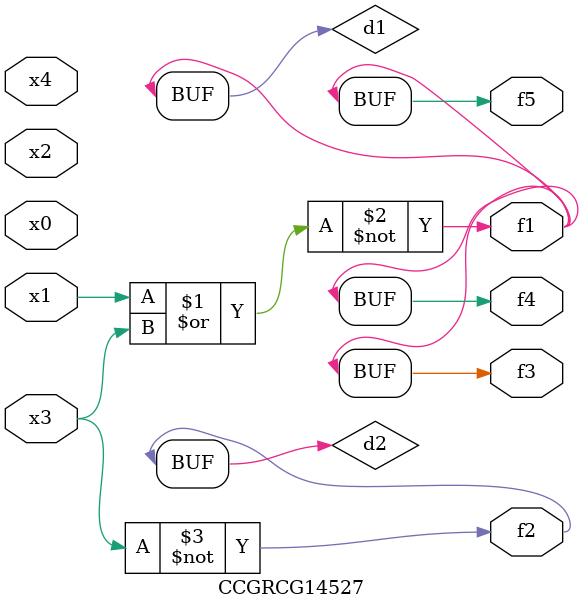
<source format=v>
module CCGRCG14527(
	input x0, x1, x2, x3, x4,
	output f1, f2, f3, f4, f5
);

	wire d1, d2;

	nor (d1, x1, x3);
	not (d2, x3);
	assign f1 = d1;
	assign f2 = d2;
	assign f3 = d1;
	assign f4 = d1;
	assign f5 = d1;
endmodule

</source>
